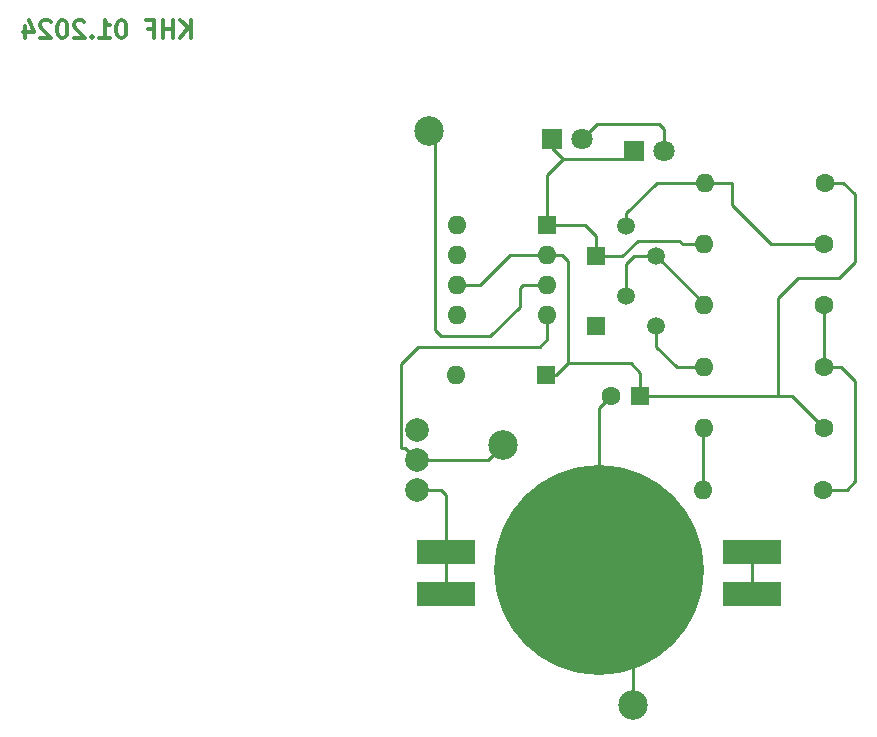
<source format=gbr>
%TF.GenerationSoftware,KiCad,Pcbnew,8.0.1*%
%TF.CreationDate,2024-04-02T10:11:43+02:00*%
%TF.ProjectId,Fledermaus I,466c6564-6572-46d6-9175-7320492e6b69,rev?*%
%TF.SameCoordinates,Original*%
%TF.FileFunction,Copper,L2,Bot*%
%TF.FilePolarity,Positive*%
%FSLAX46Y46*%
G04 Gerber Fmt 4.6, Leading zero omitted, Abs format (unit mm)*
G04 Created by KiCad (PCBNEW 8.0.1) date 2024-04-02 10:11:43*
%MOMM*%
%LPD*%
G01*
G04 APERTURE LIST*
%ADD10C,0.300000*%
%TA.AperFunction,NonConductor*%
%ADD11C,0.300000*%
%TD*%
%TA.AperFunction,ComponentPad*%
%ADD12R,1.500000X1.500000*%
%TD*%
%TA.AperFunction,ComponentPad*%
%ADD13C,1.500000*%
%TD*%
%TA.AperFunction,ComponentPad*%
%ADD14R,1.800000X1.800000*%
%TD*%
%TA.AperFunction,ComponentPad*%
%ADD15C,1.800000*%
%TD*%
%TA.AperFunction,ComponentPad*%
%ADD16C,2.000000*%
%TD*%
%TA.AperFunction,ComponentPad*%
%ADD17R,1.600000X1.600000*%
%TD*%
%TA.AperFunction,ComponentPad*%
%ADD18O,1.600000X1.600000*%
%TD*%
%TA.AperFunction,SMDPad,CuDef*%
%ADD19R,5.000000X2.000000*%
%TD*%
%TA.AperFunction,SMDPad,CuDef*%
%ADD20C,17.780000*%
%TD*%
%TA.AperFunction,ComponentPad*%
%ADD21C,1.600000*%
%TD*%
%TA.AperFunction,SMDPad,CuDef*%
%ADD22C,2.500000*%
%TD*%
%TA.AperFunction,Conductor*%
%ADD23C,0.250000*%
%TD*%
G04 APERTURE END LIST*
D10*
D11*
X53735489Y-52660828D02*
X53735489Y-51160828D01*
X52878346Y-52660828D02*
X53521203Y-51803685D01*
X52878346Y-51160828D02*
X53735489Y-52017971D01*
X52235489Y-52660828D02*
X52235489Y-51160828D01*
X52235489Y-51875114D02*
X51378346Y-51875114D01*
X51378346Y-52660828D02*
X51378346Y-51160828D01*
X50164060Y-51875114D02*
X50664060Y-51875114D01*
X50664060Y-52660828D02*
X50664060Y-51160828D01*
X50664060Y-51160828D02*
X49949774Y-51160828D01*
X47949774Y-51160828D02*
X47806917Y-51160828D01*
X47806917Y-51160828D02*
X47664060Y-51232257D01*
X47664060Y-51232257D02*
X47592632Y-51303685D01*
X47592632Y-51303685D02*
X47521203Y-51446542D01*
X47521203Y-51446542D02*
X47449774Y-51732257D01*
X47449774Y-51732257D02*
X47449774Y-52089400D01*
X47449774Y-52089400D02*
X47521203Y-52375114D01*
X47521203Y-52375114D02*
X47592632Y-52517971D01*
X47592632Y-52517971D02*
X47664060Y-52589400D01*
X47664060Y-52589400D02*
X47806917Y-52660828D01*
X47806917Y-52660828D02*
X47949774Y-52660828D01*
X47949774Y-52660828D02*
X48092632Y-52589400D01*
X48092632Y-52589400D02*
X48164060Y-52517971D01*
X48164060Y-52517971D02*
X48235489Y-52375114D01*
X48235489Y-52375114D02*
X48306917Y-52089400D01*
X48306917Y-52089400D02*
X48306917Y-51732257D01*
X48306917Y-51732257D02*
X48235489Y-51446542D01*
X48235489Y-51446542D02*
X48164060Y-51303685D01*
X48164060Y-51303685D02*
X48092632Y-51232257D01*
X48092632Y-51232257D02*
X47949774Y-51160828D01*
X46021203Y-52660828D02*
X46878346Y-52660828D01*
X46449775Y-52660828D02*
X46449775Y-51160828D01*
X46449775Y-51160828D02*
X46592632Y-51375114D01*
X46592632Y-51375114D02*
X46735489Y-51517971D01*
X46735489Y-51517971D02*
X46878346Y-51589400D01*
X45378347Y-52517971D02*
X45306918Y-52589400D01*
X45306918Y-52589400D02*
X45378347Y-52660828D01*
X45378347Y-52660828D02*
X45449775Y-52589400D01*
X45449775Y-52589400D02*
X45378347Y-52517971D01*
X45378347Y-52517971D02*
X45378347Y-52660828D01*
X44735489Y-51303685D02*
X44664061Y-51232257D01*
X44664061Y-51232257D02*
X44521204Y-51160828D01*
X44521204Y-51160828D02*
X44164061Y-51160828D01*
X44164061Y-51160828D02*
X44021204Y-51232257D01*
X44021204Y-51232257D02*
X43949775Y-51303685D01*
X43949775Y-51303685D02*
X43878346Y-51446542D01*
X43878346Y-51446542D02*
X43878346Y-51589400D01*
X43878346Y-51589400D02*
X43949775Y-51803685D01*
X43949775Y-51803685D02*
X44806918Y-52660828D01*
X44806918Y-52660828D02*
X43878346Y-52660828D01*
X42949775Y-51160828D02*
X42806918Y-51160828D01*
X42806918Y-51160828D02*
X42664061Y-51232257D01*
X42664061Y-51232257D02*
X42592633Y-51303685D01*
X42592633Y-51303685D02*
X42521204Y-51446542D01*
X42521204Y-51446542D02*
X42449775Y-51732257D01*
X42449775Y-51732257D02*
X42449775Y-52089400D01*
X42449775Y-52089400D02*
X42521204Y-52375114D01*
X42521204Y-52375114D02*
X42592633Y-52517971D01*
X42592633Y-52517971D02*
X42664061Y-52589400D01*
X42664061Y-52589400D02*
X42806918Y-52660828D01*
X42806918Y-52660828D02*
X42949775Y-52660828D01*
X42949775Y-52660828D02*
X43092633Y-52589400D01*
X43092633Y-52589400D02*
X43164061Y-52517971D01*
X43164061Y-52517971D02*
X43235490Y-52375114D01*
X43235490Y-52375114D02*
X43306918Y-52089400D01*
X43306918Y-52089400D02*
X43306918Y-51732257D01*
X43306918Y-51732257D02*
X43235490Y-51446542D01*
X43235490Y-51446542D02*
X43164061Y-51303685D01*
X43164061Y-51303685D02*
X43092633Y-51232257D01*
X43092633Y-51232257D02*
X42949775Y-51160828D01*
X41878347Y-51303685D02*
X41806919Y-51232257D01*
X41806919Y-51232257D02*
X41664062Y-51160828D01*
X41664062Y-51160828D02*
X41306919Y-51160828D01*
X41306919Y-51160828D02*
X41164062Y-51232257D01*
X41164062Y-51232257D02*
X41092633Y-51303685D01*
X41092633Y-51303685D02*
X41021204Y-51446542D01*
X41021204Y-51446542D02*
X41021204Y-51589400D01*
X41021204Y-51589400D02*
X41092633Y-51803685D01*
X41092633Y-51803685D02*
X41949776Y-52660828D01*
X41949776Y-52660828D02*
X41021204Y-52660828D01*
X39735491Y-51660828D02*
X39735491Y-52660828D01*
X40092633Y-51089400D02*
X40449776Y-52160828D01*
X40449776Y-52160828D02*
X39521205Y-52160828D01*
D12*
%TO.P,Q1,1,E*%
%TO.N,Net-(D1-K)*%
X88100000Y-71100000D03*
D13*
%TO.P,Q1,2,B*%
%TO.N,Net-(Q1-B)*%
X90640000Y-68560000D03*
%TO.P,Q1,3,C*%
%TO.N,Net-(Q1-C)*%
X93180000Y-71100000D03*
%TD*%
D14*
%TO.P,D1,1,K*%
%TO.N,Net-(D1-K)*%
X84325000Y-61200000D03*
D15*
%TO.P,D1,2,A*%
%TO.N,Net-(D1-A)*%
X86865000Y-61200000D03*
%TD*%
D12*
%TO.P,Q2,1,E*%
%TO.N,Net-(D1-A)*%
X88100000Y-77042385D03*
D13*
%TO.P,Q2,2,B*%
%TO.N,Net-(Q1-C)*%
X90640000Y-74502385D03*
%TO.P,Q2,3,C*%
%TO.N,Net-(Q2-C)*%
X93180000Y-77042385D03*
%TD*%
D14*
%TO.P,D2,1,K*%
%TO.N,Net-(D1-K)*%
X91300000Y-62200000D03*
D15*
%TO.P,D2,2,A*%
%TO.N,Net-(D1-A)*%
X93840000Y-62200000D03*
%TD*%
D16*
%TO.P,S1,1,A*%
%TO.N,Net-(S1-A-Pad1)*%
X72900000Y-90900000D03*
%TO.P,S1,2,E*%
%TO.N,Net-(S1-E)*%
X72900000Y-88360000D03*
%TO.P,S1,3,A*%
%TO.N,unconnected-(S1-A-Pad3)*%
X72900000Y-85820000D03*
%TD*%
D17*
%TO.P,D3,1,K*%
%TO.N,Net-(D3-K)*%
X83820000Y-81200000D03*
D18*
%TO.P,D3,2,A*%
%TO.N,Net-(D3-A)*%
X76200000Y-81200000D03*
%TD*%
D19*
%TO.P,U2,1*%
%TO.N,Net-(S1-A-Pad1)*%
X101254000Y-99732000D03*
X101254000Y-96176000D03*
X75360000Y-99732000D03*
X75360000Y-96176000D03*
D20*
%TO.P,U2,2*%
%TO.N,Net-(D1-K)*%
X88300000Y-97700000D03*
%TD*%
D21*
%TO.P,R1off1,1*%
%TO.N,Net-(S1-E)*%
X107300000Y-90900000D03*
D18*
%TO.P,R1off1,2*%
%TO.N,Net-(D3-A)*%
X97140000Y-90900000D03*
%TD*%
D21*
%TO.P,R3,1*%
%TO.N,Net-(D3-K)*%
X107480000Y-64900000D03*
D18*
%TO.P,R3,2*%
%TO.N,Net-(Q1-B)*%
X97320000Y-64900000D03*
%TD*%
D22*
%TO.P,VCC`,1*%
%TO.N,Net-(S1-E)*%
X80200000Y-87100000D03*
%TD*%
D17*
%TO.P,U1,1,GND*%
%TO.N,Net-(D1-K)*%
X83920000Y-68460000D03*
D18*
%TO.P,U1,2,TR*%
%TO.N,Net-(D3-K)*%
X83920000Y-71000000D03*
%TO.P,U1,3,Q*%
%TO.N,unconnected-(U1-Q-Pad3)*%
X83920000Y-73540000D03*
%TO.P,U1,4,R*%
%TO.N,Net-(S1-E)*%
X83920000Y-76080000D03*
%TO.P,U1,5,CV*%
%TO.N,unconnected-(U1-CV-Pad5)*%
X76300000Y-76080000D03*
%TO.P,U1,6,THR*%
%TO.N,Net-(D3-K)*%
X76300000Y-73540000D03*
%TO.P,U1,7,DIS*%
%TO.N,Net-(D3-A)*%
X76300000Y-71000000D03*
%TO.P,U1,8,VCC*%
%TO.N,Net-(S1-E)*%
X76300000Y-68460000D03*
%TD*%
D22*
%TO.P,GND,1*%
%TO.N,Net-(D1-K)*%
X91200000Y-109100000D03*
%TD*%
D21*
%TO.P,R5,1*%
%TO.N,Net-(S1-E)*%
X107360000Y-75300000D03*
D18*
%TO.P,R5,2*%
%TO.N,Net-(Q1-C)*%
X97200000Y-75300000D03*
%TD*%
D21*
%TO.P,R2on2,1*%
%TO.N,Net-(D3-K)*%
X107360000Y-85700000D03*
D18*
%TO.P,R2on2,2*%
%TO.N,Net-(D3-A)*%
X97200000Y-85700000D03*
%TD*%
D17*
%TO.P,C1,1*%
%TO.N,Net-(D3-K)*%
X91800000Y-83000000D03*
D21*
%TO.P,C1,2*%
%TO.N,Net-(D1-K)*%
X89300000Y-83000000D03*
%TD*%
%TO.P,R4,1*%
%TO.N,Net-(Q1-B)*%
X107360000Y-70100000D03*
D18*
%TO.P,R4,2*%
%TO.N,Net-(D1-K)*%
X97200000Y-70100000D03*
%TD*%
D22*
%TO.P,Q,1*%
%TO.N,unconnected-(U1-Q-Pad3)*%
X73900000Y-60500000D03*
%TD*%
D21*
%TO.P,R6,1*%
%TO.N,Net-(S1-E)*%
X107360000Y-80500000D03*
D18*
%TO.P,R6,2*%
%TO.N,Net-(Q2-C)*%
X97200000Y-80500000D03*
%TD*%
D23*
%TO.N,Net-(D3-K)*%
X91800000Y-83000000D02*
X91800000Y-81000000D01*
X85200000Y-71000000D02*
X85700000Y-71500000D01*
X85700000Y-71500000D02*
X85700000Y-80200000D01*
X85700000Y-80200000D02*
X84700000Y-81200000D01*
X91800000Y-81000000D02*
X91000000Y-80200000D01*
X103500000Y-74700000D02*
X103500000Y-83000000D01*
X76300000Y-73540000D02*
X78260000Y-73540000D01*
X105200000Y-73000000D02*
X103500000Y-74700000D01*
X104660000Y-83000000D02*
X107360000Y-85700000D01*
X91800000Y-83000000D02*
X103500000Y-83000000D01*
X109000000Y-64900000D02*
X110000000Y-65900000D01*
X108600000Y-73000000D02*
X105200000Y-73000000D01*
X78260000Y-73540000D02*
X80800000Y-71000000D01*
X110000000Y-65900000D02*
X110000000Y-71600000D01*
X103500000Y-83000000D02*
X104660000Y-83000000D01*
X107480000Y-64900000D02*
X109000000Y-64900000D01*
X80800000Y-71000000D02*
X83920000Y-71000000D01*
X91000000Y-80200000D02*
X85700000Y-80200000D01*
X83920000Y-71000000D02*
X85200000Y-71000000D01*
X110000000Y-71600000D02*
X108600000Y-73000000D01*
X84700000Y-81200000D02*
X83820000Y-81200000D01*
%TO.N,Net-(D1-K)*%
X88300000Y-97700000D02*
X88300000Y-84000000D01*
X90300000Y-71100000D02*
X88100000Y-71100000D01*
X91300000Y-62200000D02*
X90600000Y-62900000D01*
X87160000Y-68460000D02*
X88100000Y-69400000D01*
X95400000Y-70100000D02*
X95100000Y-69800000D01*
X84325000Y-61925000D02*
X84325000Y-61200000D01*
X83920000Y-68460000D02*
X87160000Y-68460000D01*
X97200000Y-70100000D02*
X95400000Y-70100000D01*
X83920000Y-64280000D02*
X85300000Y-62900000D01*
X88100000Y-69400000D02*
X88100000Y-71100000D01*
X90600000Y-62900000D02*
X85300000Y-62900000D01*
X91600000Y-69800000D02*
X90300000Y-71100000D01*
X85300000Y-62900000D02*
X84325000Y-61925000D01*
X91200000Y-100600000D02*
X91200000Y-109100000D01*
X88300000Y-97700000D02*
X91200000Y-100600000D01*
X83920000Y-68460000D02*
X83920000Y-64280000D01*
X88300000Y-84000000D02*
X89300000Y-83000000D01*
X95100000Y-69800000D02*
X91600000Y-69800000D01*
%TO.N,Net-(D1-A)*%
X93400000Y-59900000D02*
X93840000Y-60340000D01*
X93840000Y-60340000D02*
X93840000Y-62200000D01*
X86865000Y-61200000D02*
X88165000Y-59900000D01*
X88165000Y-59900000D02*
X93400000Y-59900000D01*
%TO.N,Net-(D3-A)*%
X97140000Y-90900000D02*
X97140000Y-85760000D01*
X97140000Y-85760000D02*
X97200000Y-85700000D01*
%TO.N,Net-(Q1-B)*%
X102900000Y-70100000D02*
X99600000Y-66800000D01*
X97320000Y-64900000D02*
X99600000Y-64900000D01*
X90640000Y-68560000D02*
X90640000Y-67460000D01*
X90640000Y-67460000D02*
X93200000Y-64900000D01*
X93200000Y-64900000D02*
X97320000Y-64900000D01*
X107360000Y-70100000D02*
X102900000Y-70100000D01*
X99600000Y-66800000D02*
X99600000Y-64900000D01*
%TO.N,Net-(Q1-C)*%
X90640000Y-71760000D02*
X91300000Y-71100000D01*
X97200000Y-75120000D02*
X97200000Y-75300000D01*
X93180000Y-71100000D02*
X97200000Y-75120000D01*
X91300000Y-71100000D02*
X93180000Y-71100000D01*
X90640000Y-74502385D02*
X90640000Y-71760000D01*
%TO.N,Net-(Q2-C)*%
X93180000Y-77042385D02*
X93180000Y-78780000D01*
X93180000Y-78780000D02*
X94900000Y-80500000D01*
X94900000Y-80500000D02*
X97200000Y-80500000D01*
%TO.N,Net-(S1-E)*%
X78900000Y-88400000D02*
X78860000Y-88360000D01*
X71575000Y-80225000D02*
X71575000Y-87375000D01*
X73000000Y-78800000D02*
X71575000Y-80225000D01*
X83920000Y-76080000D02*
X83920000Y-78180000D01*
X107300000Y-90900000D02*
X109300000Y-90900000D01*
X78860000Y-88360000D02*
X72900000Y-88360000D01*
X83920000Y-78180000D02*
X83300000Y-78800000D01*
X83300000Y-78800000D02*
X73000000Y-78800000D01*
X107360000Y-75300000D02*
X107360000Y-80500000D01*
X80200000Y-87100000D02*
X78900000Y-88400000D01*
X110000000Y-90200000D02*
X110000000Y-81700000D01*
X71915000Y-87375000D02*
X72900000Y-88360000D01*
X108800000Y-80500000D02*
X107360000Y-80500000D01*
X71575000Y-87375000D02*
X71915000Y-87375000D01*
X110000000Y-81700000D02*
X108800000Y-80500000D01*
X109300000Y-90900000D02*
X110000000Y-90200000D01*
%TO.N,Net-(S1-A-Pad1)*%
X74900000Y-90900000D02*
X75360000Y-91360000D01*
X72900000Y-90900000D02*
X74900000Y-90900000D01*
X75360000Y-91360000D02*
X75360000Y-96176000D01*
X75360000Y-96176000D02*
X75360000Y-99732000D01*
X101254000Y-96176000D02*
X101254000Y-99732000D01*
%TO.N,unconnected-(U1-Q-Pad3)*%
X81600000Y-73800000D02*
X81860000Y-73540000D01*
X74400000Y-61000000D02*
X74400000Y-77400000D01*
X81600000Y-75400000D02*
X81600000Y-73800000D01*
X79100000Y-77900000D02*
X81600000Y-75400000D01*
X74900000Y-77900000D02*
X79100000Y-77900000D01*
X74400000Y-77400000D02*
X74900000Y-77900000D01*
X81860000Y-73540000D02*
X83920000Y-73540000D01*
X73900000Y-60500000D02*
X74400000Y-61000000D01*
%TD*%
M02*

</source>
